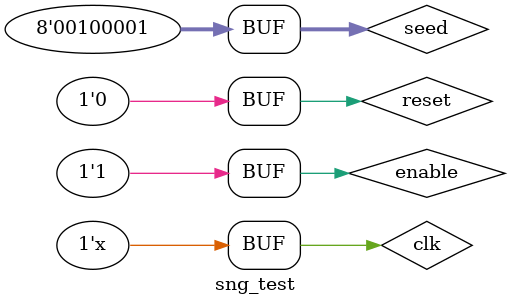
<source format=v>
`timescale 1ns / 1ps


module sng_test;
wire [7:0] data;
reg [7:0] seed;
reg enable;
reg reset;
reg clk;

//SNG(seed,data,enable,reset,clk);
SNG U1(.data(data),.seed(seed),.enable(enable),.reset(reset),.clk(clk));

initial 
    begin
        clk=0;reset=1;enable=0;seed=8'b0010_0001;
        #20;
        reset=0;
        enable=1;
     end
always #15 clk=~clk;
     
endmodule

</source>
